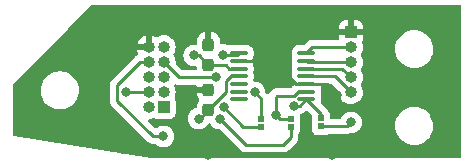
<source format=gbl>
%TF.GenerationSoftware,KiCad,Pcbnew,(6.0.7)*%
%TF.CreationDate,2022-08-20T21:52:45-04:00*%
%TF.ProjectId,THE_ENCODER,5448455f-454e-4434-9f44-45522e6b6963,rev?*%
%TF.SameCoordinates,Original*%
%TF.FileFunction,Copper,L2,Bot*%
%TF.FilePolarity,Positive*%
%FSLAX46Y46*%
G04 Gerber Fmt 4.6, Leading zero omitted, Abs format (unit mm)*
G04 Created by KiCad (PCBNEW (6.0.7)) date 2022-08-20 21:52:45*
%MOMM*%
%LPD*%
G01*
G04 APERTURE LIST*
G04 Aperture macros list*
%AMRoundRect*
0 Rectangle with rounded corners*
0 $1 Rounding radius*
0 $2 $3 $4 $5 $6 $7 $8 $9 X,Y pos of 4 corners*
0 Add a 4 corners polygon primitive as box body*
4,1,4,$2,$3,$4,$5,$6,$7,$8,$9,$2,$3,0*
0 Add four circle primitives for the rounded corners*
1,1,$1+$1,$2,$3*
1,1,$1+$1,$4,$5*
1,1,$1+$1,$6,$7*
1,1,$1+$1,$8,$9*
0 Add four rect primitives between the rounded corners*
20,1,$1+$1,$2,$3,$4,$5,0*
20,1,$1+$1,$4,$5,$6,$7,0*
20,1,$1+$1,$6,$7,$8,$9,0*
20,1,$1+$1,$8,$9,$2,$3,0*%
G04 Aperture macros list end*
%TA.AperFunction,SMDPad,CuDef*%
%ADD10R,0.500000X0.500000*%
%TD*%
%TA.AperFunction,ComponentPad*%
%ADD11R,1.000000X1.000000*%
%TD*%
%TA.AperFunction,ComponentPad*%
%ADD12O,1.000000X1.000000*%
%TD*%
%TA.AperFunction,SMDPad,CuDef*%
%ADD13RoundRect,0.237500X-0.237500X0.300000X-0.237500X-0.300000X0.237500X-0.300000X0.237500X0.300000X0*%
%TD*%
%TA.AperFunction,SMDPad,CuDef*%
%ADD14RoundRect,0.237500X0.237500X-0.300000X0.237500X0.300000X-0.237500X0.300000X-0.237500X-0.300000X0*%
%TD*%
%TA.AperFunction,SMDPad,CuDef*%
%ADD15RoundRect,0.100000X0.637500X0.100000X-0.637500X0.100000X-0.637500X-0.100000X0.637500X-0.100000X0*%
%TD*%
%TA.AperFunction,ViaPad*%
%ADD16C,0.800000*%
%TD*%
%TA.AperFunction,Conductor*%
%ADD17C,0.250000*%
%TD*%
G04 APERTURE END LIST*
D10*
%TO.P,NT6,1,1*%
%TO.N,/b_norm*%
X139065000Y-84155000D03*
%TO.P,NT6,2,2*%
%TO.N,/b_def*%
X139065000Y-84855000D03*
%TD*%
%TO.P,NT5,1,1*%
%TO.N,/a_norm*%
X141605000Y-84090000D03*
%TO.P,NT5,2,2*%
%TO.N,/a_def*%
X141605000Y-84790000D03*
%TD*%
%TO.P,NT4,1,1*%
%TO.N,/i_norm*%
X136525000Y-84155000D03*
%TO.P,NT4,2,2*%
%TO.N,/i_def*%
X136525000Y-84855000D03*
%TD*%
D11*
%TO.P,J1,1,Pin_1*%
%TO.N,GND*%
X144145000Y-76835000D03*
D12*
%TO.P,J1,2,Pin_2*%
%TO.N,Net-(J1-Pad2)*%
X144145000Y-78105000D03*
%TO.P,J1,3,Pin_3*%
%TO.N,Net-(J1-Pad3)*%
X144145000Y-79375000D03*
%TO.P,J1,4,Pin_4*%
%TO.N,Net-(J1-Pad4)*%
X144145000Y-80645000D03*
%TO.P,J1,5,Pin_5*%
%TO.N,Net-(J1-Pad5)*%
X144145000Y-81915000D03*
%TD*%
%TO.P,J2,10,Pin_10*%
%TO.N,GND*%
X127010000Y-78090000D03*
%TO.P,J2,9,Pin_9*%
%TO.N,/i_def*%
X128280000Y-78090000D03*
%TO.P,J2,8,Pin_8*%
%TO.N,/b_alt*%
X127010000Y-79360000D03*
%TO.P,J2,7,Pin_7*%
%TO.N,/a_def*%
X128280000Y-79360000D03*
%TO.P,J2,6,Pin_6*%
%TO.N,/a_alt*%
X127010000Y-80630000D03*
%TO.P,J2,5,Pin_5*%
%TO.N,/b_def*%
X128280000Y-80630000D03*
%TO.P,J2,4,Pin_4*%
%TO.N,/i_alt*%
X127010000Y-81900000D03*
%TO.P,J2,3,Pin_3*%
%TO.N,unconnected-(J2-Pad3)*%
X128280000Y-81900000D03*
%TO.P,J2,2,Pin_2*%
%TO.N,/5v*%
X127010000Y-83170000D03*
D11*
%TO.P,J2,1,Pin_1*%
%TO.N,/3v3*%
X128280000Y-83170000D03*
%TD*%
D13*
%TO.P,C1,1*%
%TO.N,GND*%
X132080000Y-77877500D03*
%TO.P,C1,2*%
%TO.N,Net-(C1-Pad2)*%
X132080000Y-79602500D03*
%TD*%
D14*
%TO.P,C2,1*%
%TO.N,/5v*%
X132080000Y-83412500D03*
%TO.P,C2,2*%
%TO.N,GND*%
X132080000Y-81687500D03*
%TD*%
D15*
%TO.P,U1,1,~{CS}*%
%TO.N,Net-(J1-Pad2)*%
X140372500Y-78615000D03*
%TO.P,U1,2,CLK*%
%TO.N,Net-(J1-Pad3)*%
X140372500Y-79265000D03*
%TO.P,U1,3,MISO*%
%TO.N,Net-(J1-Pad4)*%
X140372500Y-79915000D03*
%TO.P,U1,4,MOSI*%
%TO.N,Net-(J1-Pad5)*%
X140372500Y-80565000D03*
%TO.P,U1,5,TST*%
%TO.N,GND*%
X140372500Y-81215000D03*
%TO.P,U1,6,B*%
%TO.N,/b_norm*%
X140372500Y-81865000D03*
%TO.P,U1,7,A*%
%TO.N,/a_norm*%
X140372500Y-82515000D03*
%TO.P,U1,8,W/PWM*%
%TO.N,unconnected-(U1-Pad8)*%
X134647500Y-82515000D03*
%TO.P,U1,9,V*%
%TO.N,unconnected-(U1-Pad9)*%
X134647500Y-81865000D03*
%TO.P,U1,10,U*%
%TO.N,unconnected-(U1-Pad10)*%
X134647500Y-81215000D03*
%TO.P,U1,11,VDD*%
%TO.N,/5v*%
X134647500Y-80565000D03*
%TO.P,U1,12,VDD3V3*%
%TO.N,Net-(C1-Pad2)*%
X134647500Y-79915000D03*
%TO.P,U1,13,GND*%
%TO.N,GND*%
X134647500Y-79265000D03*
%TO.P,U1,14,I/PWM*%
%TO.N,/i_norm*%
X134647500Y-78615000D03*
%TD*%
D16*
%TO.N,GND*%
X132000000Y-87250000D03*
X151750000Y-75250000D03*
X147000000Y-75750000D03*
X149000000Y-82250000D03*
X151250000Y-84000000D03*
X142500000Y-87250000D03*
X125250000Y-76000000D03*
X124750000Y-86750000D03*
X122000000Y-85000000D03*
X122250000Y-79250000D03*
%TO.N,/5v*%
X131250000Y-84130500D03*
%TO.N,GND*%
X132762299Y-76262299D03*
X142974500Y-82117745D03*
X137500000Y-75000000D03*
%TO.N,/a_norm*%
X139290000Y-83050000D03*
%TO.N,/b_norm*%
X137795000Y-83820000D03*
%TO.N,/i_norm*%
X135984500Y-81915000D03*
%TO.N,/a_def*%
X144145000Y-84455000D03*
X132715000Y-80645000D03*
%TO.N,/i_def*%
X133351639Y-83179957D03*
%TO.N,/b_def*%
X133042652Y-84130500D03*
%TO.N,/i_norm*%
X133350000Y-78740000D03*
%TO.N,/b_alt*%
X128270000Y-85635500D03*
%TO.N,/i_alt*%
X125095000Y-81915000D03*
%TO.N,Net-(C1-Pad2)*%
X130859552Y-78789552D03*
%TD*%
D17*
%TO.N,/5v*%
X131362000Y-84130500D02*
X132080000Y-83412500D01*
X131250000Y-84130500D02*
X131362000Y-84130500D01*
%TO.N,GND*%
X142071755Y-81215000D02*
X142974500Y-82117745D01*
X140372500Y-81215000D02*
X142071755Y-81215000D01*
X137500000Y-79250000D02*
X137500000Y-77750000D01*
X139465000Y-81215000D02*
X137500000Y-79250000D01*
X140372500Y-81215000D02*
X139465000Y-81215000D01*
X137500000Y-77750000D02*
X137500000Y-75000000D01*
X135985000Y-79265000D02*
X137500000Y-77750000D01*
X134647500Y-79265000D02*
X135985000Y-79265000D01*
%TO.N,/a_norm*%
X141605000Y-83747500D02*
X140372500Y-82515000D01*
X141605000Y-84090000D02*
X141605000Y-83747500D01*
X139837500Y-83050000D02*
X140372500Y-82515000D01*
X139290000Y-83050000D02*
X139837500Y-83050000D01*
%TO.N,/b_norm*%
X139683959Y-81865000D02*
X140372500Y-81865000D01*
X139358959Y-82190000D02*
X139683959Y-81865000D01*
X137880000Y-82190000D02*
X139358959Y-82190000D01*
X137795000Y-82275000D02*
X137880000Y-82190000D01*
X137795000Y-83820000D02*
X137795000Y-82275000D01*
X138130000Y-84155000D02*
X137795000Y-83820000D01*
X139065000Y-84155000D02*
X138130000Y-84155000D01*
%TO.N,/i_norm*%
X136525000Y-82455500D02*
X135984500Y-81915000D01*
X136525000Y-84155000D02*
X136525000Y-82455500D01*
%TO.N,/a_def*%
X143810000Y-84790000D02*
X141605000Y-84790000D01*
X144145000Y-84455000D02*
X143810000Y-84790000D01*
X129565000Y-80645000D02*
X132715000Y-80645000D01*
X128280000Y-79360000D02*
X129565000Y-80645000D01*
%TO.N,/i_def*%
X135026682Y-84855000D02*
X136525000Y-84855000D01*
X133351639Y-83179957D02*
X135026682Y-84855000D01*
%TO.N,/b_def*%
X138430000Y-86360000D02*
X139065000Y-85725000D01*
X135272152Y-86360000D02*
X138430000Y-86360000D01*
X133042652Y-84130500D02*
X135272152Y-86360000D01*
X139065000Y-85725000D02*
X139065000Y-85090000D01*
%TO.N,/i_norm*%
X134522500Y-78740000D02*
X134647500Y-78615000D01*
X133350000Y-78740000D02*
X134522500Y-78740000D01*
%TO.N,/b_alt*%
X127368320Y-85635500D02*
X128270000Y-85635500D01*
X124370000Y-82637180D02*
X127368320Y-85635500D01*
X124370000Y-81292894D02*
X124370000Y-82637180D01*
X126302894Y-79360000D02*
X124370000Y-81292894D01*
X127010000Y-79360000D02*
X126302894Y-79360000D01*
%TO.N,/i_alt*%
X125110000Y-81900000D02*
X125095000Y-81915000D01*
X127010000Y-81900000D02*
X125110000Y-81900000D01*
%TO.N,Net-(C1-Pad2)*%
X133523541Y-79602500D02*
X133836041Y-79915000D01*
X131267052Y-78789552D02*
X132080000Y-79602500D01*
X133836041Y-79915000D02*
X134647500Y-79915000D01*
X130859552Y-78789552D02*
X131267052Y-78789552D01*
X132080000Y-79602500D02*
X133523541Y-79602500D01*
%TO.N,/5v*%
X133585000Y-81907500D02*
X133585000Y-80938959D01*
X133958959Y-80565000D02*
X134647500Y-80565000D01*
X133585000Y-80938959D02*
X133958959Y-80565000D01*
X132080000Y-83412500D02*
X133585000Y-81907500D01*
%TO.N,Net-(J1-Pad2)*%
X140882500Y-78105000D02*
X140372500Y-78615000D01*
X144145000Y-78105000D02*
X140882500Y-78105000D01*
%TO.N,Net-(J1-Pad3)*%
X140482500Y-79375000D02*
X140372500Y-79265000D01*
X144145000Y-79375000D02*
X140482500Y-79375000D01*
%TO.N,Net-(J1-Pad4)*%
X144145000Y-80645000D02*
X143415000Y-79915000D01*
X143415000Y-79915000D02*
X140372500Y-79915000D01*
%TO.N,Net-(J1-Pad5)*%
X142795000Y-80565000D02*
X140372500Y-80565000D01*
X144145000Y-81915000D02*
X142795000Y-80565000D01*
%TD*%
%TA.AperFunction,Conductor*%
%TO.N,GND*%
G36*
X153433621Y-74528502D02*
G01*
X153480114Y-74582158D01*
X153491500Y-74634500D01*
X153491500Y-87365500D01*
X153471498Y-87433621D01*
X153417842Y-87480114D01*
X153365500Y-87491500D01*
X127550443Y-87491500D01*
X127530536Y-87489918D01*
X127178680Y-87433621D01*
X115614593Y-85583368D01*
X115550488Y-85552854D01*
X115513056Y-85492527D01*
X115508500Y-85458950D01*
X115508500Y-81750000D01*
X117886526Y-81750000D01*
X117906391Y-82002403D01*
X117907545Y-82007210D01*
X117907546Y-82007216D01*
X117935707Y-82124513D01*
X117965495Y-82248591D01*
X117967388Y-82253162D01*
X117967389Y-82253164D01*
X118055128Y-82464984D01*
X118062384Y-82482502D01*
X118194672Y-82698376D01*
X118359102Y-82890898D01*
X118551624Y-83055328D01*
X118767498Y-83187616D01*
X118772068Y-83189509D01*
X118772072Y-83189511D01*
X118995873Y-83282212D01*
X119001409Y-83284505D01*
X119086032Y-83304821D01*
X119242784Y-83342454D01*
X119242790Y-83342455D01*
X119247597Y-83343609D01*
X119347416Y-83351465D01*
X119434345Y-83358307D01*
X119434352Y-83358307D01*
X119436801Y-83358500D01*
X119563199Y-83358500D01*
X119565648Y-83358307D01*
X119565655Y-83358307D01*
X119652584Y-83351465D01*
X119752403Y-83343609D01*
X119757210Y-83342455D01*
X119757216Y-83342454D01*
X119913968Y-83304821D01*
X119998591Y-83284505D01*
X120004127Y-83282212D01*
X120227928Y-83189511D01*
X120227932Y-83189509D01*
X120232502Y-83187616D01*
X120448376Y-83055328D01*
X120640898Y-82890898D01*
X120805328Y-82698376D01*
X120937616Y-82482502D01*
X120944873Y-82464984D01*
X121032611Y-82253164D01*
X121032612Y-82253162D01*
X121034505Y-82248591D01*
X121064293Y-82124513D01*
X121092454Y-82007216D01*
X121092455Y-82007210D01*
X121093609Y-82002403D01*
X121113474Y-81750000D01*
X121093609Y-81497597D01*
X121092056Y-81491126D01*
X121041844Y-81281979D01*
X121039649Y-81272837D01*
X123731780Y-81272837D01*
X123732526Y-81280729D01*
X123735941Y-81316855D01*
X123736500Y-81328713D01*
X123736500Y-82558413D01*
X123735973Y-82569596D01*
X123734298Y-82577089D01*
X123734547Y-82585015D01*
X123734547Y-82585016D01*
X123736438Y-82645166D01*
X123736500Y-82649125D01*
X123736500Y-82677036D01*
X123736997Y-82680970D01*
X123736997Y-82680971D01*
X123737005Y-82681036D01*
X123737938Y-82692873D01*
X123739327Y-82737069D01*
X123742252Y-82747136D01*
X123744978Y-82756519D01*
X123748987Y-82775880D01*
X123751526Y-82795977D01*
X123754445Y-82803348D01*
X123754445Y-82803350D01*
X123767804Y-82837092D01*
X123771649Y-82848322D01*
X123783982Y-82890773D01*
X123788015Y-82897592D01*
X123788017Y-82897597D01*
X123794293Y-82908208D01*
X123802988Y-82925956D01*
X123810448Y-82944797D01*
X123815110Y-82951213D01*
X123815110Y-82951214D01*
X123836436Y-82980567D01*
X123842952Y-82990487D01*
X123865458Y-83028542D01*
X123879779Y-83042863D01*
X123892619Y-83057896D01*
X123904528Y-83074287D01*
X123938605Y-83102478D01*
X123947384Y-83110468D01*
X126864668Y-86027753D01*
X126872208Y-86036039D01*
X126876320Y-86042518D01*
X126882097Y-86047943D01*
X126925971Y-86089143D01*
X126928813Y-86091898D01*
X126948550Y-86111635D01*
X126951747Y-86114115D01*
X126960767Y-86121818D01*
X126992999Y-86152086D01*
X126999945Y-86155905D01*
X126999948Y-86155907D01*
X127010754Y-86161848D01*
X127027273Y-86172699D01*
X127043279Y-86185114D01*
X127050548Y-86188259D01*
X127050552Y-86188262D01*
X127083857Y-86202674D01*
X127094507Y-86207891D01*
X127133260Y-86229195D01*
X127140935Y-86231166D01*
X127140936Y-86231166D01*
X127152882Y-86234233D01*
X127171587Y-86240637D01*
X127190175Y-86248681D01*
X127197998Y-86249920D01*
X127198008Y-86249923D01*
X127233844Y-86255599D01*
X127245464Y-86258005D01*
X127280609Y-86267028D01*
X127288290Y-86269000D01*
X127308544Y-86269000D01*
X127328254Y-86270551D01*
X127348263Y-86273720D01*
X127356155Y-86272974D01*
X127392281Y-86269559D01*
X127404139Y-86269000D01*
X127561800Y-86269000D01*
X127629921Y-86289002D01*
X127649147Y-86305343D01*
X127649420Y-86305040D01*
X127654332Y-86309463D01*
X127658747Y-86314366D01*
X127676987Y-86327618D01*
X127758894Y-86387127D01*
X127813248Y-86426618D01*
X127819276Y-86429302D01*
X127819278Y-86429303D01*
X127981681Y-86501609D01*
X127987712Y-86504294D01*
X128081113Y-86524147D01*
X128168056Y-86542628D01*
X128168061Y-86542628D01*
X128174513Y-86544000D01*
X128365487Y-86544000D01*
X128371939Y-86542628D01*
X128371944Y-86542628D01*
X128458887Y-86524147D01*
X128552288Y-86504294D01*
X128558319Y-86501609D01*
X128720722Y-86429303D01*
X128720724Y-86429302D01*
X128726752Y-86426618D01*
X128881253Y-86314366D01*
X128917851Y-86273720D01*
X129004621Y-86177352D01*
X129004622Y-86177351D01*
X129009040Y-86172444D01*
X129080921Y-86047943D01*
X129101223Y-86012779D01*
X129101224Y-86012778D01*
X129104527Y-86007056D01*
X129163542Y-85825428D01*
X129171167Y-85752886D01*
X129182814Y-85642065D01*
X129183504Y-85635500D01*
X129169228Y-85499674D01*
X129164232Y-85452135D01*
X129164232Y-85452133D01*
X129163542Y-85445572D01*
X129104527Y-85263944D01*
X129091995Y-85242237D01*
X129067314Y-85199490D01*
X129009040Y-85098556D01*
X128973426Y-85059002D01*
X128885675Y-84961545D01*
X128885674Y-84961544D01*
X128881253Y-84956634D01*
X128782157Y-84884636D01*
X128732094Y-84848263D01*
X128732093Y-84848262D01*
X128726752Y-84844382D01*
X128720724Y-84841698D01*
X128720722Y-84841697D01*
X128558319Y-84769391D01*
X128558318Y-84769391D01*
X128552288Y-84766706D01*
X128449596Y-84744878D01*
X128371944Y-84728372D01*
X128371939Y-84728372D01*
X128365487Y-84727000D01*
X128174513Y-84727000D01*
X128168061Y-84728372D01*
X128168056Y-84728372D01*
X128090404Y-84744878D01*
X127987712Y-84766706D01*
X127981682Y-84769391D01*
X127981681Y-84769391D01*
X127819278Y-84841697D01*
X127819276Y-84841698D01*
X127813248Y-84844382D01*
X127807907Y-84848262D01*
X127807906Y-84848263D01*
X127703302Y-84924263D01*
X127636435Y-84948121D01*
X127567283Y-84932041D01*
X127540146Y-84911422D01*
X127018228Y-84389504D01*
X126984202Y-84327192D01*
X126989267Y-84256377D01*
X127031814Y-84199541D01*
X127097656Y-84174780D01*
X127179830Y-84168457D01*
X127179834Y-84168456D01*
X127185972Y-84167984D01*
X127376463Y-84114798D01*
X127381959Y-84112022D01*
X127381961Y-84112021D01*
X127395716Y-84105073D01*
X127465538Y-84092214D01*
X127517368Y-84112514D01*
X127518240Y-84110921D01*
X127526109Y-84115229D01*
X127533295Y-84120615D01*
X127669684Y-84171745D01*
X127731866Y-84178500D01*
X128828134Y-84178500D01*
X128890316Y-84171745D01*
X129026705Y-84120615D01*
X129143261Y-84033261D01*
X129230615Y-83916705D01*
X129281745Y-83780316D01*
X129288500Y-83718134D01*
X129288500Y-82621866D01*
X129281745Y-82559684D01*
X129230615Y-82423295D01*
X129225229Y-82416109D01*
X129220921Y-82408240D01*
X129222942Y-82407133D01*
X129202506Y-82352443D01*
X129208621Y-82303606D01*
X129246412Y-82190000D01*
X129268197Y-82124513D01*
X129292985Y-81928295D01*
X129293282Y-81906995D01*
X129293331Y-81903523D01*
X129293331Y-81903520D01*
X129293380Y-81900000D01*
X129274080Y-81703167D01*
X129270428Y-81691069D01*
X129239909Y-81589989D01*
X129216916Y-81513831D01*
X129161531Y-81409666D01*
X129147212Y-81340128D01*
X129172760Y-81273888D01*
X129230065Y-81231975D01*
X129300932Y-81227698D01*
X129319167Y-81233361D01*
X129322992Y-81234875D01*
X129329940Y-81238695D01*
X129337622Y-81240667D01*
X129337621Y-81240667D01*
X129349558Y-81243732D01*
X129368266Y-81250137D01*
X129386855Y-81258181D01*
X129394680Y-81259420D01*
X129394682Y-81259421D01*
X129430519Y-81265097D01*
X129442140Y-81267504D01*
X129477289Y-81276528D01*
X129484970Y-81278500D01*
X129505231Y-81278500D01*
X129524940Y-81280051D01*
X129544943Y-81283219D01*
X129552835Y-81282473D01*
X129558062Y-81281979D01*
X129588954Y-81279059D01*
X129600811Y-81278500D01*
X130971000Y-81278500D01*
X131039121Y-81298502D01*
X131085614Y-81352158D01*
X131097000Y-81404500D01*
X131097000Y-81415385D01*
X131101475Y-81430624D01*
X131102865Y-81431829D01*
X131110548Y-81433500D01*
X132208000Y-81433500D01*
X132276121Y-81453502D01*
X132322614Y-81507158D01*
X132334000Y-81559500D01*
X132334000Y-81815500D01*
X132313998Y-81883621D01*
X132260342Y-81930114D01*
X132208000Y-81941500D01*
X131115115Y-81941500D01*
X131099876Y-81945975D01*
X131098671Y-81947365D01*
X131097000Y-81955048D01*
X131097000Y-82033766D01*
X131097337Y-82040282D01*
X131107075Y-82134132D01*
X131109968Y-82147528D01*
X131160488Y-82298953D01*
X131166653Y-82312115D01*
X131250426Y-82447492D01*
X131259464Y-82458894D01*
X131261139Y-82460567D01*
X131261919Y-82461993D01*
X131264007Y-82464627D01*
X131263556Y-82464984D01*
X131295219Y-82522849D01*
X131290216Y-82593669D01*
X131261299Y-82638754D01*
X131258476Y-82641583D01*
X131253071Y-82646997D01*
X131249231Y-82653227D01*
X131249230Y-82653228D01*
X131175438Y-82772941D01*
X131161791Y-82795080D01*
X131107026Y-82960191D01*
X131096500Y-83062928D01*
X131096500Y-83132298D01*
X131076498Y-83200419D01*
X131022842Y-83246912D01*
X130996697Y-83255545D01*
X130967712Y-83261706D01*
X130961682Y-83264391D01*
X130961681Y-83264391D01*
X130799278Y-83336697D01*
X130799276Y-83336698D01*
X130793248Y-83339382D01*
X130787907Y-83343262D01*
X130787906Y-83343263D01*
X130742458Y-83376283D01*
X130638747Y-83451634D01*
X130510960Y-83593556D01*
X130462311Y-83677818D01*
X130427831Y-83737540D01*
X130415473Y-83758944D01*
X130356458Y-83940572D01*
X130355768Y-83947133D01*
X130355768Y-83947135D01*
X130342874Y-84069815D01*
X130336496Y-84130500D01*
X130337186Y-84137065D01*
X130342182Y-84184595D01*
X130356458Y-84320428D01*
X130415473Y-84502056D01*
X130418776Y-84507778D01*
X130418777Y-84507779D01*
X130441983Y-84547973D01*
X130510960Y-84667444D01*
X130515378Y-84672351D01*
X130515379Y-84672352D01*
X130623537Y-84792474D01*
X130638747Y-84809366D01*
X130793248Y-84921618D01*
X130799276Y-84924302D01*
X130799278Y-84924303D01*
X130958633Y-84995252D01*
X130967712Y-84999294D01*
X131061112Y-85019147D01*
X131148056Y-85037628D01*
X131148061Y-85037628D01*
X131154513Y-85039000D01*
X131345487Y-85039000D01*
X131351939Y-85037628D01*
X131351944Y-85037628D01*
X131438888Y-85019147D01*
X131532288Y-84999294D01*
X131541367Y-84995252D01*
X131700722Y-84924303D01*
X131700724Y-84924302D01*
X131706752Y-84921618D01*
X131861253Y-84809366D01*
X131876463Y-84792474D01*
X131984621Y-84672352D01*
X131984622Y-84672351D01*
X131989040Y-84667444D01*
X132037208Y-84584015D01*
X132088589Y-84535023D01*
X132158303Y-84521587D01*
X132224214Y-84547973D01*
X132255444Y-84584015D01*
X132303612Y-84667444D01*
X132308030Y-84672351D01*
X132308031Y-84672352D01*
X132416189Y-84792474D01*
X132431399Y-84809366D01*
X132585900Y-84921618D01*
X132591928Y-84924302D01*
X132591930Y-84924303D01*
X132751285Y-84995252D01*
X132760364Y-84999294D01*
X132853764Y-85019147D01*
X132940708Y-85037628D01*
X132940713Y-85037628D01*
X132947165Y-85039000D01*
X133003058Y-85039000D01*
X133071179Y-85059002D01*
X133092153Y-85075905D01*
X134768495Y-86752247D01*
X134776039Y-86760537D01*
X134780152Y-86767018D01*
X134785929Y-86772443D01*
X134829819Y-86813658D01*
X134832661Y-86816413D01*
X134852382Y-86836134D01*
X134855577Y-86838612D01*
X134864599Y-86846318D01*
X134896831Y-86876586D01*
X134903780Y-86880406D01*
X134914584Y-86886346D01*
X134931108Y-86897199D01*
X134947111Y-86909613D01*
X134987695Y-86927176D01*
X134998325Y-86932383D01*
X135037092Y-86953695D01*
X135044769Y-86955666D01*
X135044774Y-86955668D01*
X135056710Y-86958732D01*
X135075418Y-86965137D01*
X135094007Y-86973181D01*
X135101835Y-86974421D01*
X135101842Y-86974423D01*
X135137676Y-86980099D01*
X135149296Y-86982505D01*
X135181111Y-86990673D01*
X135192122Y-86993500D01*
X135212376Y-86993500D01*
X135232086Y-86995051D01*
X135252095Y-86998220D01*
X135259987Y-86997474D01*
X135278732Y-86995702D01*
X135296114Y-86994059D01*
X135307971Y-86993500D01*
X138351233Y-86993500D01*
X138362416Y-86994027D01*
X138369909Y-86995702D01*
X138377835Y-86995453D01*
X138377836Y-86995453D01*
X138437986Y-86993562D01*
X138441945Y-86993500D01*
X138469856Y-86993500D01*
X138473791Y-86993003D01*
X138473856Y-86992995D01*
X138485693Y-86992062D01*
X138517951Y-86991048D01*
X138521970Y-86990922D01*
X138529889Y-86990673D01*
X138549343Y-86985021D01*
X138568700Y-86981013D01*
X138580930Y-86979468D01*
X138580931Y-86979468D01*
X138588797Y-86978474D01*
X138596168Y-86975555D01*
X138596170Y-86975555D01*
X138629912Y-86962196D01*
X138641142Y-86958351D01*
X138675983Y-86948229D01*
X138675984Y-86948229D01*
X138683593Y-86946018D01*
X138690412Y-86941985D01*
X138690417Y-86941983D01*
X138701028Y-86935707D01*
X138718776Y-86927012D01*
X138737617Y-86919552D01*
X138757987Y-86904753D01*
X138773387Y-86893564D01*
X138783307Y-86887048D01*
X138814535Y-86868580D01*
X138814538Y-86868578D01*
X138821362Y-86864542D01*
X138835683Y-86850221D01*
X138850717Y-86837380D01*
X138852432Y-86836134D01*
X138867107Y-86825472D01*
X138895298Y-86791395D01*
X138903288Y-86782616D01*
X139457247Y-86228657D01*
X139465537Y-86221113D01*
X139472018Y-86217000D01*
X139518659Y-86167332D01*
X139521413Y-86164491D01*
X139541135Y-86144769D01*
X139543612Y-86141576D01*
X139551317Y-86132555D01*
X139581586Y-86100321D01*
X139585407Y-86093371D01*
X139591346Y-86082568D01*
X139602202Y-86066041D01*
X139609757Y-86056302D01*
X139609758Y-86056300D01*
X139614614Y-86050040D01*
X139632174Y-86009460D01*
X139637391Y-85998812D01*
X139654875Y-85967009D01*
X139654876Y-85967007D01*
X139658695Y-85960060D01*
X139663733Y-85940437D01*
X139670137Y-85921734D01*
X139675033Y-85910420D01*
X139675033Y-85910419D01*
X139678181Y-85903145D01*
X139679420Y-85895322D01*
X139679423Y-85895312D01*
X139685099Y-85859476D01*
X139687505Y-85847856D01*
X139696528Y-85812711D01*
X139696528Y-85812710D01*
X139698500Y-85805030D01*
X139698500Y-85784776D01*
X139700051Y-85765065D01*
X139701980Y-85752886D01*
X139703220Y-85745057D01*
X139699059Y-85701038D01*
X139698500Y-85689181D01*
X139698500Y-85483232D01*
X139718502Y-85415111D01*
X139723674Y-85407667D01*
X139760229Y-85358892D01*
X139760230Y-85358890D01*
X139765615Y-85351705D01*
X139816745Y-85215316D01*
X139823500Y-85153134D01*
X139823500Y-84556866D01*
X139819344Y-84518606D01*
X139819344Y-84491393D01*
X139823131Y-84456533D01*
X139823131Y-84456529D01*
X139823500Y-84453134D01*
X139823500Y-83856866D01*
X139823422Y-83856150D01*
X139839591Y-83787548D01*
X139875058Y-83747898D01*
X139895914Y-83732745D01*
X139901253Y-83728866D01*
X139907179Y-83722285D01*
X139919150Y-83708990D01*
X139981450Y-83671261D01*
X139988438Y-83669467D01*
X139996297Y-83668474D01*
X140003661Y-83665558D01*
X140003666Y-83665557D01*
X140037412Y-83652196D01*
X140048642Y-83648351D01*
X140083483Y-83638229D01*
X140083484Y-83638229D01*
X140091093Y-83636018D01*
X140097912Y-83631985D01*
X140097917Y-83631983D01*
X140108528Y-83625707D01*
X140126276Y-83617012D01*
X140145117Y-83609552D01*
X140155921Y-83601703D01*
X140180887Y-83583564D01*
X140190807Y-83577048D01*
X140222035Y-83558580D01*
X140222038Y-83558578D01*
X140228862Y-83554542D01*
X140243183Y-83540221D01*
X140258217Y-83527380D01*
X140268194Y-83520131D01*
X140274607Y-83515472D01*
X140279659Y-83509366D01*
X140285441Y-83503936D01*
X140286826Y-83505411D01*
X140336823Y-83471633D01*
X140407801Y-83470003D01*
X140464183Y-83502587D01*
X140809595Y-83847999D01*
X140843621Y-83910311D01*
X140846500Y-83937094D01*
X140846500Y-84388134D01*
X140846869Y-84391529D01*
X140846869Y-84391533D01*
X140850656Y-84426393D01*
X140850656Y-84453606D01*
X140846500Y-84491866D01*
X140846500Y-85088134D01*
X140853255Y-85150316D01*
X140904385Y-85286705D01*
X140991739Y-85403261D01*
X141108295Y-85490615D01*
X141244684Y-85541745D01*
X141306866Y-85548500D01*
X141903134Y-85548500D01*
X141965316Y-85541745D01*
X142101705Y-85490615D01*
X142108890Y-85485230D01*
X142108892Y-85485229D01*
X142157667Y-85448674D01*
X142224174Y-85423826D01*
X142233232Y-85423500D01*
X143731233Y-85423500D01*
X143742416Y-85424027D01*
X143749909Y-85425702D01*
X143757835Y-85425453D01*
X143757836Y-85425453D01*
X143817986Y-85423562D01*
X143821945Y-85423500D01*
X143849856Y-85423500D01*
X143853791Y-85423003D01*
X143853856Y-85422995D01*
X143865693Y-85422062D01*
X143897951Y-85421048D01*
X143901970Y-85420922D01*
X143909889Y-85420673D01*
X143929343Y-85415021D01*
X143948700Y-85411013D01*
X143960930Y-85409468D01*
X143960931Y-85409468D01*
X143968797Y-85408474D01*
X143976168Y-85405555D01*
X143976170Y-85405555D01*
X144009912Y-85392196D01*
X144021142Y-85388351D01*
X144055979Y-85378230D01*
X144063593Y-85376018D01*
X144067867Y-85373491D01*
X144116112Y-85363500D01*
X144240487Y-85363500D01*
X144246939Y-85362128D01*
X144246944Y-85362128D01*
X144335534Y-85343297D01*
X144427288Y-85323794D01*
X144510592Y-85286705D01*
X144595722Y-85248803D01*
X144595724Y-85248802D01*
X144601752Y-85246118D01*
X144756253Y-85133866D01*
X144788046Y-85098556D01*
X144879621Y-84996852D01*
X144879622Y-84996851D01*
X144884040Y-84991944D01*
X144958972Y-84862158D01*
X144976223Y-84832279D01*
X144976224Y-84832278D01*
X144979527Y-84826556D01*
X145004402Y-84750000D01*
X147886526Y-84750000D01*
X147906391Y-85002403D01*
X147907545Y-85007210D01*
X147907546Y-85007216D01*
X147928297Y-85093648D01*
X147965495Y-85248591D01*
X147967388Y-85253162D01*
X147967389Y-85253164D01*
X148054139Y-85462596D01*
X148062384Y-85482502D01*
X148194672Y-85698376D01*
X148359102Y-85890898D01*
X148551624Y-86055328D01*
X148767498Y-86187616D01*
X148772068Y-86189509D01*
X148772072Y-86189511D01*
X148982764Y-86276782D01*
X149001409Y-86284505D01*
X149020141Y-86289002D01*
X149242784Y-86342454D01*
X149242790Y-86342455D01*
X149247597Y-86343609D01*
X149347416Y-86351465D01*
X149434345Y-86358307D01*
X149434352Y-86358307D01*
X149436801Y-86358500D01*
X149563199Y-86358500D01*
X149565648Y-86358307D01*
X149565655Y-86358307D01*
X149652584Y-86351465D01*
X149752403Y-86343609D01*
X149757210Y-86342455D01*
X149757216Y-86342454D01*
X149979859Y-86289002D01*
X149998591Y-86284505D01*
X150017236Y-86276782D01*
X150227928Y-86189511D01*
X150227932Y-86189509D01*
X150232502Y-86187616D01*
X150448376Y-86055328D01*
X150640898Y-85890898D01*
X150805328Y-85698376D01*
X150937616Y-85482502D01*
X150945862Y-85462596D01*
X151032611Y-85253164D01*
X151032612Y-85253162D01*
X151034505Y-85248591D01*
X151071703Y-85093648D01*
X151092454Y-85007216D01*
X151092455Y-85007210D01*
X151093609Y-85002403D01*
X151113474Y-84750000D01*
X151093609Y-84497597D01*
X151092234Y-84491866D01*
X151036278Y-84258794D01*
X151034505Y-84251409D01*
X151032611Y-84246836D01*
X150939511Y-84022072D01*
X150939509Y-84022068D01*
X150937616Y-84017498D01*
X150805328Y-83801624D01*
X150640898Y-83609102D01*
X150448376Y-83444672D01*
X150232502Y-83312384D01*
X150227932Y-83310491D01*
X150227928Y-83310489D01*
X150003164Y-83217389D01*
X150003162Y-83217388D01*
X149998591Y-83215495D01*
X149882466Y-83187616D01*
X149757216Y-83157546D01*
X149757210Y-83157545D01*
X149752403Y-83156391D01*
X149652584Y-83148535D01*
X149565655Y-83141693D01*
X149565648Y-83141693D01*
X149563199Y-83141500D01*
X149436801Y-83141500D01*
X149434352Y-83141693D01*
X149434345Y-83141693D01*
X149347416Y-83148535D01*
X149247597Y-83156391D01*
X149242790Y-83157545D01*
X149242784Y-83157546D01*
X149117534Y-83187616D01*
X149001409Y-83215495D01*
X148996838Y-83217388D01*
X148996836Y-83217389D01*
X148772072Y-83310489D01*
X148772068Y-83310491D01*
X148767498Y-83312384D01*
X148551624Y-83444672D01*
X148359102Y-83609102D01*
X148194672Y-83801624D01*
X148062384Y-84017498D01*
X148060491Y-84022068D01*
X148060489Y-84022072D01*
X147967389Y-84246836D01*
X147965495Y-84251409D01*
X147963722Y-84258794D01*
X147907767Y-84491866D01*
X147906391Y-84497597D01*
X147886526Y-84750000D01*
X145004402Y-84750000D01*
X145038542Y-84644928D01*
X145058504Y-84455000D01*
X145038542Y-84265072D01*
X144979527Y-84083444D01*
X144884040Y-83918056D01*
X144877067Y-83910311D01*
X144760675Y-83781045D01*
X144760674Y-83781044D01*
X144756253Y-83776134D01*
X144613278Y-83672256D01*
X144607094Y-83667763D01*
X144607093Y-83667762D01*
X144601752Y-83663882D01*
X144595724Y-83661198D01*
X144595722Y-83661197D01*
X144433319Y-83588891D01*
X144433318Y-83588891D01*
X144427288Y-83586206D01*
X144333888Y-83566353D01*
X144246944Y-83547872D01*
X144246939Y-83547872D01*
X144240487Y-83546500D01*
X144049513Y-83546500D01*
X144043061Y-83547872D01*
X144043056Y-83547872D01*
X143956112Y-83566353D01*
X143862712Y-83586206D01*
X143856682Y-83588891D01*
X143856681Y-83588891D01*
X143694278Y-83661197D01*
X143694276Y-83661198D01*
X143688248Y-83663882D01*
X143682907Y-83667762D01*
X143682906Y-83667763D01*
X143676722Y-83672256D01*
X143533747Y-83776134D01*
X143529326Y-83781044D01*
X143529325Y-83781045D01*
X143412934Y-83910311D01*
X143405960Y-83918056D01*
X143389171Y-83947135D01*
X143318342Y-84069815D01*
X143310473Y-84083444D01*
X143310430Y-84083577D01*
X143266006Y-84135843D01*
X143196877Y-84156500D01*
X142489500Y-84156500D01*
X142421379Y-84136498D01*
X142374886Y-84082842D01*
X142363500Y-84030500D01*
X142363500Y-83791866D01*
X142356745Y-83729684D01*
X142305615Y-83593295D01*
X142218261Y-83476739D01*
X142209273Y-83470003D01*
X142174339Y-83443821D01*
X142147970Y-83417058D01*
X142138571Y-83404122D01*
X142132051Y-83394198D01*
X142113576Y-83362958D01*
X142109542Y-83356137D01*
X142095218Y-83341813D01*
X142082376Y-83326778D01*
X142070472Y-83310393D01*
X142036406Y-83282211D01*
X142027627Y-83274222D01*
X141637425Y-82884020D01*
X141603399Y-82821708D01*
X141604532Y-82774073D01*
X141602838Y-82773850D01*
X141617962Y-82658972D01*
X141617962Y-82658971D01*
X141618500Y-82654885D01*
X141618499Y-82375116D01*
X141615515Y-82352443D01*
X141603916Y-82264337D01*
X141603916Y-82264335D01*
X141602838Y-82256150D01*
X141595411Y-82238219D01*
X141587821Y-82167630D01*
X141595411Y-82141780D01*
X141599678Y-82131480D01*
X141599679Y-82131477D01*
X141602838Y-82123850D01*
X141618500Y-82004885D01*
X141618499Y-81725116D01*
X141617809Y-81719870D01*
X141603916Y-81614337D01*
X141603916Y-81614335D01*
X141602838Y-81606150D01*
X141595140Y-81587565D01*
X141587550Y-81516977D01*
X141595140Y-81491126D01*
X141599190Y-81481350D01*
X141603428Y-81465532D01*
X141617462Y-81358934D01*
X141618000Y-81350724D01*
X141618000Y-81324500D01*
X141638002Y-81256379D01*
X141691658Y-81209886D01*
X141744000Y-81198500D01*
X142480406Y-81198500D01*
X142548527Y-81218502D01*
X142569501Y-81235405D01*
X143099251Y-81765155D01*
X143133277Y-81827467D01*
X143135371Y-81868294D01*
X143131719Y-81900851D01*
X143134176Y-81930114D01*
X143142752Y-82032238D01*
X143148268Y-82097934D01*
X143157887Y-82131480D01*
X143193636Y-82256150D01*
X143202783Y-82288050D01*
X143205602Y-82293535D01*
X143284726Y-82447492D01*
X143293187Y-82463956D01*
X143416035Y-82618953D01*
X143420728Y-82622947D01*
X143420729Y-82622948D01*
X143504406Y-82694162D01*
X143566650Y-82747136D01*
X143739294Y-82843624D01*
X143927392Y-82904740D01*
X144123777Y-82928158D01*
X144129912Y-82927686D01*
X144129914Y-82927686D01*
X144314830Y-82913457D01*
X144314834Y-82913456D01*
X144320972Y-82912984D01*
X144511463Y-82859798D01*
X144516967Y-82857018D01*
X144516969Y-82857017D01*
X144682495Y-82773404D01*
X144682497Y-82773403D01*
X144687996Y-82770625D01*
X144819146Y-82668160D01*
X144838991Y-82652655D01*
X144843847Y-82648861D01*
X144973078Y-82499145D01*
X145070769Y-82327179D01*
X145133197Y-82139513D01*
X145157985Y-81943295D01*
X145158380Y-81915000D01*
X145139080Y-81718167D01*
X145127986Y-81681420D01*
X145111715Y-81627531D01*
X145081916Y-81528831D01*
X144989066Y-81354204D01*
X144985167Y-81349424D01*
X144984715Y-81348743D01*
X144963676Y-81280935D01*
X144980105Y-81216775D01*
X144981114Y-81215000D01*
X145013257Y-81158418D01*
X145067723Y-81062542D01*
X145067725Y-81062537D01*
X145070769Y-81057179D01*
X145133197Y-80869513D01*
X145157985Y-80673295D01*
X145158380Y-80645000D01*
X145139080Y-80448167D01*
X145132121Y-80425116D01*
X145098865Y-80314970D01*
X145081916Y-80258831D01*
X144989066Y-80084204D01*
X144985167Y-80079424D01*
X144984715Y-80078743D01*
X144963676Y-80010935D01*
X144980105Y-79946775D01*
X145067723Y-79792542D01*
X145067725Y-79792537D01*
X145070769Y-79787179D01*
X145133197Y-79599513D01*
X145157985Y-79403295D01*
X145158205Y-79387560D01*
X145158331Y-79378523D01*
X145158331Y-79378520D01*
X145158380Y-79375000D01*
X145139080Y-79178167D01*
X145135658Y-79166831D01*
X145099604Y-79047417D01*
X145081916Y-78988831D01*
X144989066Y-78814204D01*
X144985167Y-78809424D01*
X144984715Y-78808743D01*
X144963676Y-78740935D01*
X144980105Y-78676775D01*
X145067723Y-78522542D01*
X145067725Y-78522537D01*
X145070769Y-78517179D01*
X145133197Y-78329513D01*
X145143242Y-78250000D01*
X147886526Y-78250000D01*
X147906391Y-78502403D01*
X147907545Y-78507210D01*
X147907546Y-78507216D01*
X147944840Y-78662558D01*
X147965495Y-78748591D01*
X147967388Y-78753162D01*
X147967389Y-78753164D01*
X148058414Y-78972917D01*
X148062384Y-78982502D01*
X148194672Y-79198376D01*
X148359102Y-79390898D01*
X148551624Y-79555328D01*
X148767498Y-79687616D01*
X148772068Y-79689509D01*
X148772072Y-79689511D01*
X148993734Y-79781326D01*
X149001409Y-79784505D01*
X149034886Y-79792542D01*
X149242784Y-79842454D01*
X149242790Y-79842455D01*
X149247597Y-79843609D01*
X149347416Y-79851465D01*
X149434345Y-79858307D01*
X149434352Y-79858307D01*
X149436801Y-79858500D01*
X149563199Y-79858500D01*
X149565648Y-79858307D01*
X149565655Y-79858307D01*
X149652584Y-79851465D01*
X149752403Y-79843609D01*
X149757210Y-79842455D01*
X149757216Y-79842454D01*
X149965114Y-79792542D01*
X149998591Y-79784505D01*
X150006266Y-79781326D01*
X150227928Y-79689511D01*
X150227932Y-79689509D01*
X150232502Y-79687616D01*
X150448376Y-79555328D01*
X150640898Y-79390898D01*
X150805328Y-79198376D01*
X150937616Y-78982502D01*
X150941587Y-78972917D01*
X151032611Y-78753164D01*
X151032612Y-78753162D01*
X151034505Y-78748591D01*
X151055160Y-78662558D01*
X151092454Y-78507216D01*
X151092455Y-78507210D01*
X151093609Y-78502403D01*
X151113474Y-78250000D01*
X151093609Y-77997597D01*
X151091427Y-77988505D01*
X151035660Y-77756221D01*
X151034505Y-77751409D01*
X151032611Y-77746836D01*
X150939511Y-77522072D01*
X150939509Y-77522068D01*
X150937616Y-77517498D01*
X150805328Y-77301624D01*
X150640898Y-77109102D01*
X150448376Y-76944672D01*
X150232502Y-76812384D01*
X150227932Y-76810491D01*
X150227928Y-76810489D01*
X150003164Y-76717389D01*
X150003162Y-76717388D01*
X149998591Y-76715495D01*
X149913968Y-76695179D01*
X149757216Y-76657546D01*
X149757210Y-76657545D01*
X149752403Y-76656391D01*
X149652584Y-76648535D01*
X149565655Y-76641693D01*
X149565648Y-76641693D01*
X149563199Y-76641500D01*
X149436801Y-76641500D01*
X149434352Y-76641693D01*
X149434345Y-76641693D01*
X149347416Y-76648535D01*
X149247597Y-76656391D01*
X149242790Y-76657545D01*
X149242784Y-76657546D01*
X149086032Y-76695179D01*
X149001409Y-76715495D01*
X148996838Y-76717388D01*
X148996836Y-76717389D01*
X148772072Y-76810489D01*
X148772068Y-76810491D01*
X148767498Y-76812384D01*
X148551624Y-76944672D01*
X148359102Y-77109102D01*
X148194672Y-77301624D01*
X148062384Y-77517498D01*
X148060491Y-77522068D01*
X148060489Y-77522072D01*
X147967389Y-77746836D01*
X147965495Y-77751409D01*
X147964340Y-77756221D01*
X147908574Y-77988505D01*
X147906391Y-77997597D01*
X147886526Y-78250000D01*
X145143242Y-78250000D01*
X145157985Y-78133295D01*
X145158380Y-78105000D01*
X145139080Y-77908167D01*
X145131192Y-77882039D01*
X145083699Y-77724736D01*
X145083698Y-77724734D01*
X145081916Y-77718831D01*
X145079022Y-77713387D01*
X145076973Y-77708417D01*
X145069509Y-77637814D01*
X145087145Y-77597429D01*
X145085479Y-77596517D01*
X145098323Y-77573058D01*
X145143478Y-77452606D01*
X145147105Y-77437351D01*
X145152631Y-77386486D01*
X145153000Y-77379672D01*
X145153000Y-77107115D01*
X145148525Y-77091876D01*
X145147135Y-77090671D01*
X145139452Y-77089000D01*
X143155116Y-77089000D01*
X143139877Y-77093475D01*
X143138672Y-77094865D01*
X143137001Y-77102548D01*
X143137001Y-77345500D01*
X143116999Y-77413621D01*
X143063343Y-77460114D01*
X143011001Y-77471500D01*
X140961267Y-77471500D01*
X140950084Y-77470973D01*
X140942591Y-77469298D01*
X140934665Y-77469547D01*
X140934664Y-77469547D01*
X140874501Y-77471438D01*
X140870543Y-77471500D01*
X140842644Y-77471500D01*
X140838654Y-77472004D01*
X140826820Y-77472936D01*
X140782611Y-77474326D01*
X140774997Y-77476538D01*
X140774992Y-77476539D01*
X140763159Y-77479977D01*
X140743796Y-77483988D01*
X140723703Y-77486526D01*
X140716336Y-77489443D01*
X140716331Y-77489444D01*
X140682592Y-77502802D01*
X140671365Y-77506646D01*
X140628907Y-77518982D01*
X140622081Y-77523019D01*
X140611472Y-77529293D01*
X140593724Y-77537988D01*
X140574883Y-77545448D01*
X140568467Y-77550110D01*
X140568466Y-77550110D01*
X140539113Y-77571436D01*
X140529193Y-77577952D01*
X140497965Y-77596420D01*
X140497962Y-77596422D01*
X140491138Y-77600458D01*
X140476817Y-77614779D01*
X140461784Y-77627619D01*
X140445393Y-77639528D01*
X140440340Y-77645636D01*
X140417208Y-77673598D01*
X140409218Y-77682378D01*
X140222000Y-77869596D01*
X140159688Y-77903622D01*
X140132905Y-77906501D01*
X139695116Y-77906501D01*
X139691031Y-77907039D01*
X139691027Y-77907039D01*
X139584337Y-77921084D01*
X139584335Y-77921084D01*
X139576150Y-77922162D01*
X139511642Y-77948882D01*
X139435752Y-77980316D01*
X139435750Y-77980317D01*
X139428124Y-77983476D01*
X139421574Y-77988502D01*
X139331210Y-78057842D01*
X139301013Y-78081013D01*
X139295987Y-78087563D01*
X139295984Y-78087566D01*
X139263599Y-78129771D01*
X139203476Y-78208125D01*
X139142162Y-78356150D01*
X139126500Y-78475115D01*
X139126501Y-78754884D01*
X139127039Y-78758969D01*
X139127039Y-78758973D01*
X139135920Y-78826436D01*
X139142162Y-78873850D01*
X139145322Y-78881478D01*
X139149589Y-78891780D01*
X139157179Y-78962370D01*
X139149590Y-78988218D01*
X139142162Y-79006150D01*
X139126500Y-79125115D01*
X139126501Y-79404884D01*
X139127039Y-79408969D01*
X139127039Y-79408973D01*
X139132237Y-79448457D01*
X139142162Y-79523850D01*
X139145322Y-79531478D01*
X139149589Y-79541780D01*
X139157179Y-79612370D01*
X139149589Y-79638220D01*
X139145322Y-79648520D01*
X139145321Y-79648523D01*
X139142162Y-79656150D01*
X139141084Y-79664337D01*
X139141084Y-79664338D01*
X139136646Y-79698052D01*
X139126500Y-79775115D01*
X139126501Y-80054884D01*
X139127039Y-80058969D01*
X139127039Y-80058973D01*
X139141084Y-80165662D01*
X139142162Y-80173850D01*
X139149589Y-80191780D01*
X139157179Y-80262370D01*
X139149589Y-80288220D01*
X139145322Y-80298520D01*
X139145321Y-80298523D01*
X139142162Y-80306150D01*
X139126500Y-80425115D01*
X139126501Y-80704884D01*
X139127039Y-80708969D01*
X139127039Y-80708973D01*
X139140725Y-80812934D01*
X139142162Y-80823850D01*
X139145653Y-80832278D01*
X139149860Y-80842434D01*
X139157450Y-80913023D01*
X139149860Y-80938874D01*
X139145811Y-80948649D01*
X139141572Y-80964469D01*
X139137284Y-80997040D01*
X139139495Y-81011222D01*
X139152652Y-81015000D01*
X139174431Y-81015000D01*
X139242552Y-81035002D01*
X139274391Y-81064294D01*
X139301013Y-81098987D01*
X139315586Y-81110169D01*
X139321932Y-81115039D01*
X139363798Y-81172378D01*
X139368018Y-81243249D01*
X139333253Y-81305152D01*
X139321930Y-81314962D01*
X139307567Y-81325983D01*
X139307563Y-81325987D01*
X139301013Y-81331013D01*
X139274393Y-81365704D01*
X139217057Y-81407571D01*
X139174432Y-81415000D01*
X139153035Y-81415000D01*
X139139264Y-81419044D01*
X139134749Y-81449172D01*
X139104872Y-81513577D01*
X139044919Y-81551605D01*
X139010140Y-81556500D01*
X137958767Y-81556500D01*
X137947584Y-81555973D01*
X137940091Y-81554298D01*
X137932165Y-81554547D01*
X137932164Y-81554547D01*
X137872014Y-81556438D01*
X137868055Y-81556500D01*
X137840144Y-81556500D01*
X137836210Y-81556997D01*
X137836209Y-81556997D01*
X137836144Y-81557005D01*
X137824307Y-81557938D01*
X137792490Y-81558938D01*
X137788029Y-81559078D01*
X137780110Y-81559327D01*
X137762454Y-81564456D01*
X137760658Y-81564978D01*
X137741306Y-81568986D01*
X137734235Y-81569880D01*
X137721203Y-81571526D01*
X137713834Y-81574443D01*
X137713832Y-81574444D01*
X137680097Y-81587800D01*
X137668869Y-81591645D01*
X137626407Y-81603982D01*
X137619584Y-81608017D01*
X137619582Y-81608018D01*
X137608972Y-81614293D01*
X137591224Y-81622988D01*
X137572383Y-81630448D01*
X137565967Y-81635110D01*
X137565966Y-81635110D01*
X137536613Y-81656436D01*
X137526693Y-81662952D01*
X137495465Y-81681420D01*
X137495462Y-81681422D01*
X137488638Y-81685458D01*
X137474314Y-81699782D01*
X137459287Y-81712617D01*
X137442893Y-81724528D01*
X137437839Y-81730637D01*
X137437838Y-81730638D01*
X137414709Y-81758596D01*
X137406720Y-81767375D01*
X137402749Y-81771346D01*
X137394461Y-81778888D01*
X137387982Y-81783000D01*
X137382558Y-81788776D01*
X137341355Y-81832653D01*
X137338600Y-81835495D01*
X137318865Y-81855230D01*
X137316385Y-81858427D01*
X137308682Y-81867447D01*
X137278414Y-81899679D01*
X137274595Y-81906625D01*
X137274593Y-81906628D01*
X137268652Y-81917434D01*
X137257801Y-81933953D01*
X137245386Y-81949959D01*
X137242241Y-81957228D01*
X137242238Y-81957232D01*
X137227826Y-81990537D01*
X137222605Y-82001196D01*
X137219295Y-82007216D01*
X137212882Y-82018881D01*
X137162536Y-82068939D01*
X137093119Y-82083832D01*
X137026670Y-82058830D01*
X137000534Y-82032242D01*
X136990472Y-82018393D01*
X136956406Y-81990211D01*
X136947627Y-81982222D01*
X136931622Y-81966217D01*
X136897596Y-81903905D01*
X136895407Y-81890292D01*
X136892051Y-81858356D01*
X136886762Y-81808034D01*
X136878732Y-81731635D01*
X136878732Y-81731633D01*
X136878042Y-81725072D01*
X136819027Y-81543444D01*
X136723540Y-81378056D01*
X136706965Y-81359647D01*
X136600175Y-81241045D01*
X136600174Y-81241044D01*
X136595753Y-81236134D01*
X136441252Y-81123882D01*
X136435224Y-81121198D01*
X136435222Y-81121197D01*
X136272819Y-81048891D01*
X136272818Y-81048891D01*
X136266788Y-81046206D01*
X136173387Y-81026353D01*
X136086444Y-81007872D01*
X136086439Y-81007872D01*
X136079987Y-81006500D01*
X135990754Y-81006500D01*
X135922633Y-80986498D01*
X135876140Y-80932842D01*
X135866036Y-80862568D01*
X135874347Y-80832278D01*
X135874678Y-80831480D01*
X135874679Y-80831477D01*
X135877838Y-80823850D01*
X135893500Y-80704885D01*
X135893499Y-80425116D01*
X135877838Y-80306150D01*
X135870411Y-80288219D01*
X135862821Y-80217630D01*
X135870411Y-80191780D01*
X135874678Y-80181480D01*
X135874679Y-80181477D01*
X135877838Y-80173850D01*
X135893500Y-80054885D01*
X135893499Y-79775116D01*
X135891298Y-79758391D01*
X135878916Y-79664337D01*
X135878916Y-79664335D01*
X135877838Y-79656150D01*
X135870140Y-79637565D01*
X135862550Y-79566977D01*
X135870140Y-79541126D01*
X135874189Y-79531351D01*
X135878428Y-79515531D01*
X135882716Y-79482960D01*
X135880505Y-79468778D01*
X135867348Y-79465000D01*
X135845569Y-79465000D01*
X135777448Y-79444998D01*
X135745607Y-79415705D01*
X135718987Y-79381013D01*
X135698068Y-79364961D01*
X135656202Y-79307622D01*
X135651982Y-79236751D01*
X135686747Y-79174848D01*
X135698070Y-79165038D01*
X135712433Y-79154017D01*
X135712437Y-79154013D01*
X135718987Y-79148987D01*
X135745608Y-79114295D01*
X135802946Y-79072428D01*
X135845569Y-79065000D01*
X135866965Y-79065000D01*
X135880736Y-79060956D01*
X135882765Y-79047417D01*
X135878428Y-79014467D01*
X135874190Y-78998652D01*
X135870140Y-78988874D01*
X135862550Y-78918285D01*
X135870140Y-78892434D01*
X135874678Y-78881479D01*
X135874678Y-78881478D01*
X135877838Y-78873850D01*
X135885691Y-78814204D01*
X135892962Y-78758972D01*
X135892962Y-78758971D01*
X135893500Y-78754885D01*
X135893499Y-78475116D01*
X135891107Y-78456941D01*
X135878916Y-78364337D01*
X135878916Y-78364335D01*
X135877838Y-78356150D01*
X135832917Y-78247700D01*
X135819684Y-78215752D01*
X135819683Y-78215750D01*
X135816524Y-78208124D01*
X135741756Y-78110686D01*
X135724014Y-78087564D01*
X135724013Y-78087563D01*
X135718987Y-78081013D01*
X135712436Y-78075986D01*
X135712434Y-78075984D01*
X135620577Y-78005500D01*
X135591875Y-77983476D01*
X135461586Y-77929509D01*
X135451479Y-77925322D01*
X135443850Y-77922162D01*
X135384140Y-77914301D01*
X135328972Y-77907038D01*
X135328971Y-77907038D01*
X135324885Y-77906500D01*
X134647583Y-77906500D01*
X133970116Y-77906501D01*
X133966031Y-77907039D01*
X133966027Y-77907039D01*
X133859337Y-77921084D01*
X133859335Y-77921084D01*
X133851150Y-77922162D01*
X133843523Y-77925321D01*
X133835541Y-77927460D01*
X133834924Y-77925156D01*
X133776490Y-77931441D01*
X133747608Y-77922550D01*
X133657484Y-77882424D01*
X133638319Y-77873891D01*
X133638318Y-77873891D01*
X133632288Y-77871206D01*
X133538888Y-77851353D01*
X133451944Y-77832872D01*
X133451939Y-77832872D01*
X133445487Y-77831500D01*
X133254513Y-77831500D01*
X133248061Y-77832872D01*
X133248056Y-77832872D01*
X133215197Y-77839857D01*
X133144406Y-77834455D01*
X133087774Y-77791638D01*
X133063280Y-77725001D01*
X133063000Y-77716610D01*
X133063000Y-77531234D01*
X133062663Y-77524718D01*
X133052925Y-77430868D01*
X133050032Y-77417472D01*
X132999512Y-77266047D01*
X132993347Y-77252885D01*
X132909574Y-77117508D01*
X132900540Y-77106110D01*
X132787871Y-76993637D01*
X132776460Y-76984625D01*
X132640937Y-76901088D01*
X132627759Y-76894944D01*
X132476234Y-76844685D01*
X132462868Y-76841819D01*
X132370230Y-76832328D01*
X132363815Y-76832000D01*
X132352115Y-76832000D01*
X132336876Y-76836475D01*
X132335671Y-76837865D01*
X132334000Y-76845548D01*
X132334000Y-78005500D01*
X132313998Y-78073621D01*
X132260342Y-78120114D01*
X132208000Y-78131500D01*
X131952000Y-78131500D01*
X131883879Y-78111498D01*
X131837386Y-78057842D01*
X131826000Y-78005500D01*
X131826000Y-76850115D01*
X131821525Y-76834876D01*
X131820135Y-76833671D01*
X131812452Y-76832000D01*
X131796234Y-76832000D01*
X131789718Y-76832337D01*
X131695868Y-76842075D01*
X131682472Y-76844968D01*
X131531047Y-76895488D01*
X131517885Y-76901653D01*
X131382508Y-76985426D01*
X131371110Y-76994460D01*
X131258637Y-77107129D01*
X131249625Y-77118540D01*
X131166088Y-77254063D01*
X131159944Y-77267241D01*
X131109685Y-77418766D01*
X131106819Y-77432132D01*
X131097328Y-77524770D01*
X131097000Y-77531185D01*
X131097000Y-77756729D01*
X131076998Y-77824850D01*
X131023342Y-77871343D01*
X130958879Y-77881868D01*
X130955039Y-77881052D01*
X130764065Y-77881052D01*
X130757613Y-77882424D01*
X130757608Y-77882424D01*
X130670665Y-77900905D01*
X130577264Y-77920758D01*
X130571234Y-77923443D01*
X130571233Y-77923443D01*
X130408830Y-77995749D01*
X130408828Y-77995750D01*
X130402800Y-77998434D01*
X130397459Y-78002314D01*
X130397458Y-78002315D01*
X130347395Y-78038688D01*
X130248299Y-78110686D01*
X130243878Y-78115596D01*
X130243877Y-78115597D01*
X130135054Y-78236458D01*
X130120512Y-78252608D01*
X130065136Y-78348522D01*
X130056005Y-78364338D01*
X130025025Y-78417996D01*
X129966010Y-78599624D01*
X129965320Y-78606185D01*
X129965320Y-78606187D01*
X129951216Y-78740378D01*
X129946048Y-78789552D01*
X129946738Y-78796117D01*
X129964845Y-78968392D01*
X129966010Y-78979480D01*
X130025025Y-79161108D01*
X130028328Y-79166830D01*
X130028329Y-79166831D01*
X130044109Y-79194162D01*
X130120512Y-79326496D01*
X130124930Y-79331403D01*
X130124931Y-79331404D01*
X130230326Y-79448457D01*
X130248299Y-79468418D01*
X130402800Y-79580670D01*
X130408828Y-79583354D01*
X130408830Y-79583355D01*
X130571233Y-79655661D01*
X130577264Y-79658346D01*
X130670664Y-79678199D01*
X130757608Y-79696680D01*
X130757613Y-79696680D01*
X130764065Y-79698052D01*
X130955039Y-79698052D01*
X130958463Y-79697324D01*
X131027168Y-79709889D01*
X131079015Y-79758391D01*
X131096500Y-79822427D01*
X131096500Y-79885500D01*
X131076498Y-79953621D01*
X131022842Y-80000114D01*
X130970500Y-80011500D01*
X129879595Y-80011500D01*
X129811474Y-79991498D01*
X129790500Y-79974595D01*
X129326674Y-79510769D01*
X129292648Y-79448457D01*
X129290763Y-79405883D01*
X129292985Y-79388295D01*
X129293380Y-79360000D01*
X129274080Y-79163167D01*
X129271318Y-79154017D01*
X129229146Y-79014338D01*
X129216916Y-78973831D01*
X129124066Y-78799204D01*
X129120167Y-78794424D01*
X129119715Y-78793743D01*
X129098676Y-78725935D01*
X129115105Y-78661775D01*
X129202723Y-78507542D01*
X129202725Y-78507537D01*
X129205769Y-78502179D01*
X129268197Y-78314513D01*
X129292985Y-78118295D01*
X129293380Y-78090000D01*
X129274080Y-77893167D01*
X129270837Y-77882424D01*
X129250162Y-77813947D01*
X129216916Y-77703831D01*
X129124066Y-77529204D01*
X129033995Y-77418766D01*
X129002960Y-77380713D01*
X129002957Y-77380710D01*
X128999065Y-77375938D01*
X128993152Y-77371046D01*
X128851425Y-77253799D01*
X128851421Y-77253797D01*
X128846675Y-77249870D01*
X128672701Y-77155802D01*
X128483768Y-77097318D01*
X128477643Y-77096674D01*
X128477642Y-77096674D01*
X128293204Y-77077289D01*
X128293202Y-77077289D01*
X128287075Y-77076645D01*
X128204576Y-77084153D01*
X128096251Y-77094011D01*
X128096248Y-77094012D01*
X128090112Y-77094570D01*
X128084206Y-77096308D01*
X128084202Y-77096309D01*
X128007954Y-77118750D01*
X127900381Y-77150410D01*
X127894923Y-77153263D01*
X127894919Y-77153265D01*
X127799135Y-77203340D01*
X127725110Y-77242040D01*
X127720310Y-77245900D01*
X127715153Y-77249274D01*
X127713849Y-77247281D01*
X127657977Y-77270354D01*
X127588122Y-77257674D01*
X127574186Y-77249522D01*
X127570980Y-77247360D01*
X127407924Y-77159196D01*
X127396619Y-77154444D01*
X127281308Y-77118750D01*
X127267205Y-77118544D01*
X127264000Y-77125299D01*
X127264000Y-78218000D01*
X127243998Y-78286121D01*
X127190342Y-78332614D01*
X127138000Y-78344000D01*
X126052282Y-78344000D01*
X126038751Y-78347973D01*
X126037601Y-78355975D01*
X126066552Y-78456941D01*
X126071067Y-78468345D01*
X126135042Y-78592827D01*
X126148389Y-78662558D01*
X126121919Y-78728435D01*
X126063755Y-78767626D01*
X126064187Y-78768623D01*
X126058843Y-78770936D01*
X126058128Y-78771417D01*
X126049301Y-78773982D01*
X126042475Y-78778019D01*
X126031866Y-78784293D01*
X126014118Y-78792988D01*
X125995277Y-78800448D01*
X125988861Y-78805110D01*
X125988860Y-78805110D01*
X125959507Y-78826436D01*
X125949587Y-78832952D01*
X125918359Y-78851420D01*
X125918356Y-78851422D01*
X125911532Y-78855458D01*
X125897211Y-78869779D01*
X125882178Y-78882619D01*
X125865787Y-78894528D01*
X125837596Y-78928605D01*
X125829606Y-78937384D01*
X123977747Y-80789242D01*
X123969461Y-80796782D01*
X123962982Y-80800894D01*
X123957557Y-80806671D01*
X123916357Y-80850545D01*
X123913602Y-80853387D01*
X123893865Y-80873124D01*
X123891385Y-80876321D01*
X123883682Y-80885341D01*
X123853414Y-80917573D01*
X123849595Y-80924519D01*
X123849593Y-80924522D01*
X123843652Y-80935328D01*
X123832801Y-80951847D01*
X123820386Y-80967853D01*
X123817241Y-80975122D01*
X123817238Y-80975126D01*
X123802826Y-81008431D01*
X123797609Y-81019081D01*
X123776305Y-81057834D01*
X123774334Y-81065509D01*
X123774334Y-81065510D01*
X123771267Y-81077456D01*
X123764863Y-81096160D01*
X123756819Y-81114749D01*
X123755580Y-81122572D01*
X123755577Y-81122582D01*
X123749901Y-81158418D01*
X123747495Y-81170038D01*
X123740695Y-81196524D01*
X123736500Y-81212864D01*
X123736500Y-81233118D01*
X123734949Y-81252828D01*
X123731780Y-81272837D01*
X121039649Y-81272837D01*
X121034505Y-81251409D01*
X121027876Y-81235405D01*
X120939511Y-81022072D01*
X120939509Y-81022068D01*
X120937616Y-81017498D01*
X120805328Y-80801624D01*
X120640898Y-80609102D01*
X120448376Y-80444672D01*
X120232502Y-80312384D01*
X120227932Y-80310491D01*
X120227928Y-80310489D01*
X120003164Y-80217389D01*
X120003162Y-80217388D01*
X119998591Y-80215495D01*
X119899810Y-80191780D01*
X119757216Y-80157546D01*
X119757210Y-80157545D01*
X119752403Y-80156391D01*
X119652584Y-80148535D01*
X119565655Y-80141693D01*
X119565648Y-80141693D01*
X119563199Y-80141500D01*
X119436801Y-80141500D01*
X119434352Y-80141693D01*
X119434345Y-80141693D01*
X119347416Y-80148535D01*
X119247597Y-80156391D01*
X119242790Y-80157545D01*
X119242784Y-80157546D01*
X119100190Y-80191780D01*
X119001409Y-80215495D01*
X118996838Y-80217388D01*
X118996836Y-80217389D01*
X118772072Y-80310489D01*
X118772068Y-80310491D01*
X118767498Y-80312384D01*
X118551624Y-80444672D01*
X118359102Y-80609102D01*
X118194672Y-80801624D01*
X118062384Y-81017498D01*
X118060491Y-81022068D01*
X118060489Y-81022072D01*
X117972124Y-81235405D01*
X117965495Y-81251409D01*
X117958156Y-81281979D01*
X117907945Y-81491126D01*
X117906391Y-81497597D01*
X117886526Y-81750000D01*
X115508500Y-81750000D01*
X115508500Y-81262817D01*
X115528502Y-81194696D01*
X115545405Y-81173722D01*
X118886296Y-77832831D01*
X126038202Y-77832831D01*
X126044763Y-77836000D01*
X126737885Y-77836000D01*
X126753124Y-77831525D01*
X126754329Y-77830135D01*
X126756000Y-77822452D01*
X126756000Y-77132076D01*
X126752027Y-77118545D01*
X126744232Y-77117425D01*
X126636479Y-77149138D01*
X126625111Y-77153731D01*
X126460846Y-77239607D01*
X126450585Y-77246321D01*
X126306127Y-77362468D01*
X126297368Y-77371046D01*
X126178222Y-77513039D01*
X126171292Y-77523159D01*
X126081998Y-77685585D01*
X126077166Y-77696858D01*
X126038506Y-77818731D01*
X126038202Y-77832831D01*
X118886296Y-77832831D01*
X120156242Y-76562885D01*
X143137000Y-76562885D01*
X143141475Y-76578124D01*
X143142865Y-76579329D01*
X143150548Y-76581000D01*
X143872885Y-76581000D01*
X143888124Y-76576525D01*
X143889329Y-76575135D01*
X143891000Y-76567452D01*
X143891000Y-76562885D01*
X144399000Y-76562885D01*
X144403475Y-76578124D01*
X144404865Y-76579329D01*
X144412548Y-76581000D01*
X145134884Y-76581000D01*
X145150123Y-76576525D01*
X145151328Y-76575135D01*
X145152999Y-76567452D01*
X145152999Y-76290331D01*
X145152629Y-76283510D01*
X145147105Y-76232648D01*
X145143479Y-76217396D01*
X145098324Y-76096946D01*
X145089786Y-76081351D01*
X145013285Y-75979276D01*
X145000724Y-75966715D01*
X144898649Y-75890214D01*
X144883054Y-75881676D01*
X144762606Y-75836522D01*
X144747351Y-75832895D01*
X144696486Y-75827369D01*
X144689672Y-75827000D01*
X144417115Y-75827000D01*
X144401876Y-75831475D01*
X144400671Y-75832865D01*
X144399000Y-75840548D01*
X144399000Y-76562885D01*
X143891000Y-76562885D01*
X143891000Y-75845116D01*
X143886525Y-75829877D01*
X143885135Y-75828672D01*
X143877452Y-75827001D01*
X143600331Y-75827001D01*
X143593510Y-75827371D01*
X143542648Y-75832895D01*
X143527396Y-75836521D01*
X143406946Y-75881676D01*
X143391351Y-75890214D01*
X143289276Y-75966715D01*
X143276715Y-75979276D01*
X143200214Y-76081351D01*
X143191676Y-76096946D01*
X143146522Y-76217394D01*
X143142895Y-76232649D01*
X143137369Y-76283514D01*
X143137000Y-76290328D01*
X143137000Y-76562885D01*
X120156242Y-76562885D01*
X122173722Y-74545405D01*
X122236034Y-74511379D01*
X122262817Y-74508500D01*
X153365500Y-74508500D01*
X153433621Y-74528502D01*
G37*
%TD.AperFunction*%
%TD*%
M02*

</source>
